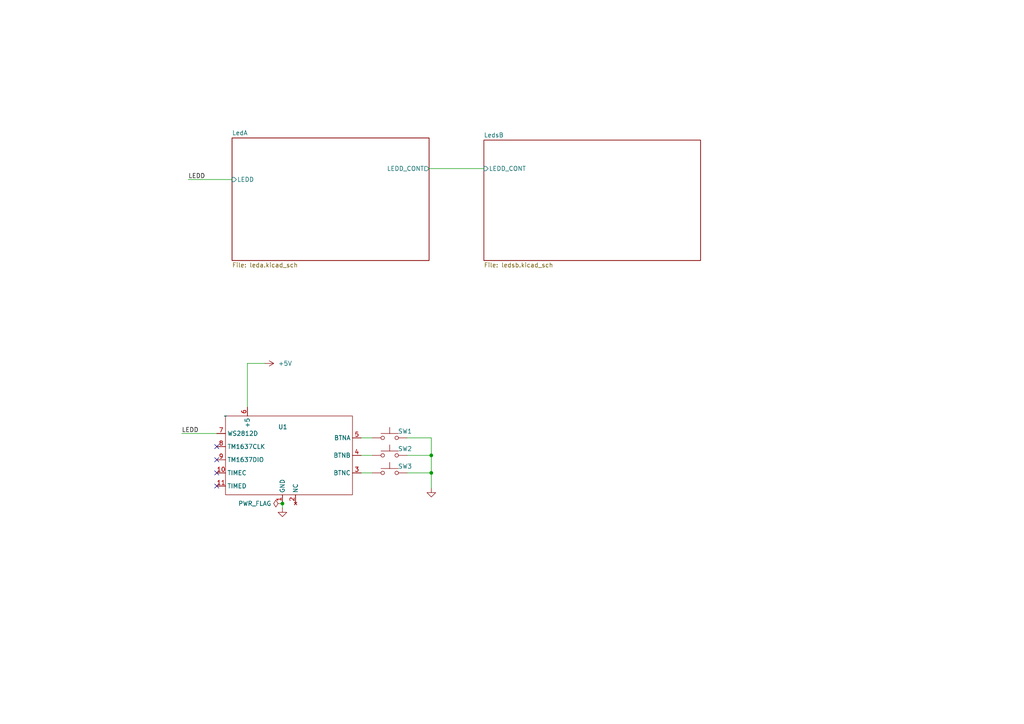
<source format=kicad_sch>
(kicad_sch (version 20230121) (generator eeschema)
  (paper "A4")
  (title_block (title "Berlin Uhr") (date "2024-09-22"))
  (lib_symbols
    (symbol "Switch:SW_Push" (pin_numbers hide) (pin_names (offset 1.016) hide)
      (property "Reference" "SW" (at 1.27 2.54 0))
      (property "Value" "SW_Push" (at 0 -1.524 0))
      (symbol "SW_Push_0_1"
        (circle (center -2.032 0) (radius 0.508))
        (polyline (pts (xy 0 1.27) (xy 0 3.048)))
        (polyline (pts (xy 2.54 1.27) (xy -2.54 1.27)))
        (circle (center 2.032 0) (radius 0.508))
        (pin passive line (at -5.08 0 0) (length 2.54) (name "1") (number "1"))
        (pin passive line (at 5.08 0 180) (length 2.54) (name "2") (number "2"))
      )
    )
    (symbol "TokeiDigital:Movement5037"
      (property "Reference" "U" (at 0 0 0))
      (symbol "Movement5037_0_1"
        (rectangle (start 0 0) (end 36.83 -22.86))
      )
      (symbol "Movement5037_1_1"
        (pin power_in line (at 16.51 -25.4 90) (length 2.54) (name "GND") (number "1"))
        (pin output line (at -2.54 -16.51 0) (length 2.54) (name "TIMEC") (number "10"))
        (pin bidirectional line (at -2.54 -20.32 0) (length 2.54) (name "TIMED") (number "11"))
        (pin no_connect line (at 20.32 -25.4 90) (length 2.54) (name "NC") (number "2"))
        (pin input line (at 39.37 -16.51 180) (length 2.54) (name "BTNC") (number "3"))
        (pin input line (at 39.37 -11.43 180) (length 2.54) (name "BTNB") (number "4"))
        (pin input line (at 39.37 -6.35 180) (length 2.54) (name "BTNA") (number "5"))
        (pin power_out line (at 6.35 2.54 270) (length 2.54) (name "+5") (number "6"))
        (pin output line (at -2.54 -5.08 0) (length 2.54) (name "WS2812D") (number "7"))
        (pin output line (at -2.54 -8.89 0) (length 2.54) (name "TM1637CLK") (number "8"))
        (pin bidirectional line (at -2.54 -12.7 0) (length 2.54) (name "TM1637DIO") (number "9"))
      )
    )
    (symbol "power:+5V" (power) (pin_names (offset 0))
      (property "Value" "+5V" (at 0 3.556 0))
      (symbol "+5V_0_1"
        (polyline (pts (xy -0.762 1.27) (xy 0 2.54)))
        (polyline (pts (xy 0 0) (xy 0 2.54)))
        (polyline (pts (xy 0 2.54) (xy 0.762 1.27)))
      )
      (symbol "+5V_1_1"
        (pin power_in line (at 0 0 90) (length 0) hide (name "+5V") (number "1"))
      )
    )
    (symbol "power:GND" (power) (pin_names (offset 0))
      (property "Value" "GND" (at 0 -3.81 0))
      (symbol "GND_0_1"
        (polyline (pts (xy 0 0) (xy 0 -1.27) (xy 1.27 -1.27) (xy 0 -2.54) (xy -1.27 -1.27) (xy 0 -1.27)))
      )
      (symbol "GND_1_1"
        (pin power_in line (at 0 0 270) (length 0) hide (name "GND") (number "1"))
      )
    )
    (symbol "power:PWR_FLAG" (power) (pin_numbers hide) (pin_names (offset 0) hide)
      (property "Value" "PWR_FLAG" (at 0 3.81 0))
      (symbol "PWR_FLAG_0_0"
        (pin power_out line (at 0 0 90) (length 0) (name "pwr") (number "1"))
      )
      (symbol "PWR_FLAG_0_1"
        (polyline (pts (xy 0 0) (xy 0 1.27) (xy -1.016 1.905) (xy 0 2.54) (xy 1.016 1.905) (xy 0 1.27)))
      )
    )
  )
  (junction (at 125.095 137.16))
  (junction (at 125.095 132.08))
  (junction (at 81.915 146.05))
  (no_connect (at 62.865 137.16))
  (no_connect (at 62.865 140.97))
  (no_connect (at 62.865 133.35))
  (no_connect (at 62.865 129.54))
  (wire (pts (xy 81.915 146.05) (xy 81.915 147.32)))
  (wire (pts (xy 118.11 127) (xy 125.095 127)))
  (wire (pts (xy 104.775 132.08) (xy 107.95 132.08)))
  (wire (pts (xy 118.11 132.08) (xy 125.095 132.08)))
  (wire (pts (xy 125.095 132.08) (xy 125.095 137.16)))
  (wire (pts (xy 124.46 48.895) (xy 140.335 48.895)))
  (wire (pts (xy 104.775 127) (xy 107.95 127)))
  (wire (pts (xy 52.705 125.73) (xy 62.865 125.73)))
  (wire (pts (xy 71.755 105.41) (xy 76.835 105.41)))
  (wire (pts (xy 125.095 137.16) (xy 125.095 141.605)))
  (wire (pts (xy 54.61 52.07) (xy 67.31 52.07)))
  (wire (pts (xy 104.775 137.16) (xy 107.95 137.16)))
  (wire (pts (xy 71.755 105.41) (xy 71.755 118.11)))
  (wire (pts (xy 125.095 127) (xy 125.095 132.08)))
  (wire (pts (xy 118.11 137.16) (xy 125.095 137.16)))
  (label "LEDD" (at 52.705 125.73 0))
  (label "LEDD" (at 54.61 52.07 0))
  (symbol (lib_id "power:GND") (at 125.095 141.605 0) (unit 1)
    (property "Reference" "#PWR02" (effects hide))
    (property "Value" "GND" (effects hide))
  )
  (symbol (lib_id "Switch:SW_Push") (at 113.03 137.16 0) (unit 1)
    (property "Reference" "SW3" (at 117.475 135.255 0))
    (property "Value" "SW_Push" (effects hide))
    (property "Footprint" "TokeiDigital:Tactile SW SMD" (effects hide))
  )
  (symbol (lib_id "power:GND") (at 81.915 147.32 0) (unit 1)
    (property "Reference" "#PWR03" (effects hide))
    (property "Value" "GND" (effects hide))
  )
  (symbol (lib_id "power:+5V") (at 76.835 105.41 270) (unit 1)
    (property "Reference" "#PWR01" (effects hide))
    (property "Value" "+5V" (at 80.645 105.41 90) (effects (justify left)))
  )
  (symbol (lib_id "Switch:SW_Push") (at 113.03 127 0) (unit 1)
    (property "Reference" "SW1" (at 117.475 125.095 0))
    (property "Value" "SW_Push" (effects hide))
    (property "Footprint" "TokeiDigital:Tactile SW SMD" (effects hide))
  )
  (symbol (lib_id "TokeiDigital:Movement5037") (at 65.405 120.65 0) (unit 1)
    (property "Reference" "U1" (at 80.645 123.825 0) (effects (justify left)))
    (property "Value" "~" (at 65.405 120.65 0))
    (property "Footprint" "TokeiDigital:Movement5037 TH" (effects hide))
  )
  (symbol (lib_id "Switch:SW_Push") (at 113.03 132.08 0) (unit 1)
    (property "Reference" "SW2" (at 117.475 130.175 0))
    (property "Value" "SW_Push" (effects hide))
    (property "Footprint" "TokeiDigital:Tactile SW SMD" (effects hide))
  )
  (symbol (lib_id "power:PWR_FLAG") (at 81.915 146.05 90) (unit 1)
    (property "Reference" "#FLG02" (effects hide))
    (property "Value" "PWR_FLAG" (at 78.74 146.05 90) (effects (justify left)))
  )
  (sheet (at 140.335 40.64) (size 62.865 34.925) (stroke (width 0.1524))
    (property "Sheetname" "LedsB" (at 140.335 39.9284 0) (effects (justify left bottom)))
    (property "Sheetfile" "ledsb.kicad_sch" (at 140.335 76.1496 0) (effects (justify left top)))
    (pin "LEDD_CONT" input (at 140.335 48.895 180))
  )
  (sheet (at 67.31 40.005) (size 57.15 35.56) (stroke (width 0.1524))
    (property "Sheetname" "LedA" (at 67.31 39.2934 0) (effects (justify left bottom)))
    (property "Sheetfile" "leda.kicad_sch" (at 67.31 76.1496 0) (effects (justify left top)))
    (pin "LEDD" input (at 67.31 52.07 180))
    (pin "LEDD_CONT" output (at 124.46 48.895 0))
  )
)
</source>
